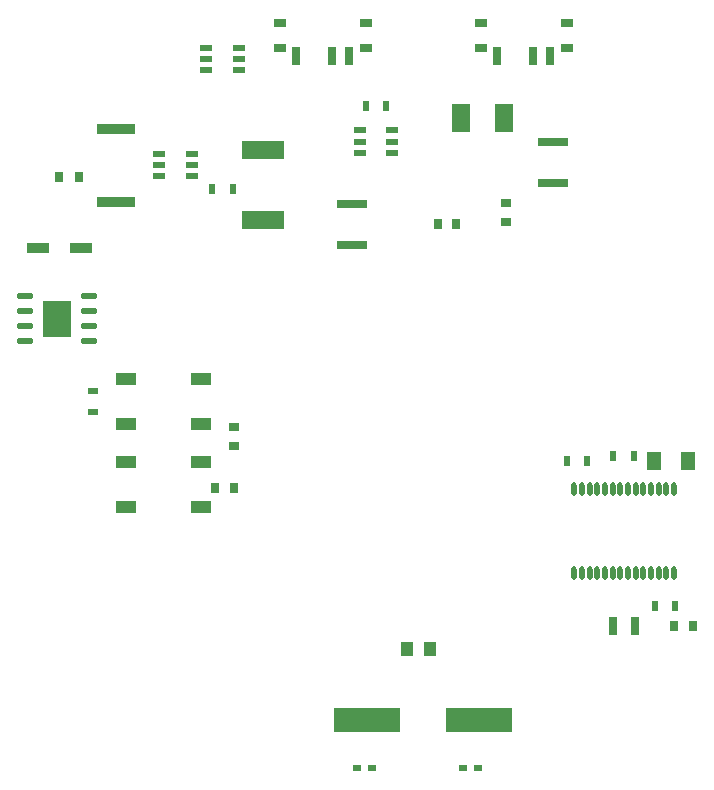
<source format=gbp>
G04*
G04 #@! TF.GenerationSoftware,Altium Limited,Altium Designer,22.3.1 (43)*
G04*
G04 Layer_Color=128*
%FSLAX44Y44*%
%MOMM*%
G71*
G04*
G04 #@! TF.SameCoordinates,E8D2E941-A046-4A20-8DDC-1A32626DDDA7*
G04*
G04*
G04 #@! TF.FilePolarity,Positive*
G04*
G01*
G75*
%ADD24R,0.7000X0.9000*%
%ADD28R,0.9000X0.8000*%
%ADD68R,0.9000X0.7000*%
%ADD69R,3.5240X1.5240*%
%ADD70R,2.6000X0.7000*%
%ADD71R,2.4100X3.1000*%
%ADD72O,1.4000X0.5500*%
%ADD73R,1.0000X0.8000*%
%ADD74R,0.7000X1.5000*%
%ADD75R,1.1000X1.3000*%
%ADD76R,1.7000X1.0000*%
%ADD77R,0.9000X0.5000*%
%ADD78R,1.6500X2.4000*%
%ADD79R,0.5000X0.9000*%
%ADD80R,1.0000X0.6000*%
%ADD81R,0.6800X0.6000*%
%ADD82R,5.6000X2.1000*%
%ADD83O,0.4500X1.1500*%
%ADD84R,0.8000X0.9000*%
%ADD85R,3.2000X0.9500*%
%ADD86R,1.8500X0.9000*%
%ADD87R,1.3000X1.6500*%
%ADD88R,0.8000X1.5500*%
D24*
X-140301Y57168D02*
D03*
X-156301D02*
D03*
X232000Y-60000D02*
D03*
X248000D02*
D03*
X47750Y280000D02*
D03*
X32250D02*
D03*
D28*
X90000Y298250D02*
D03*
Y281750D02*
D03*
D68*
X-140000Y108000D02*
D03*
Y92000D02*
D03*
D69*
X-115782Y283341D02*
D03*
Y343341D02*
D03*
D70*
X-40000Y297500D02*
D03*
Y262500D02*
D03*
X130000Y315000D02*
D03*
Y350000D02*
D03*
D71*
X-290000Y200000D02*
D03*
D72*
X-263000Y219050D02*
D03*
Y206350D02*
D03*
Y193650D02*
D03*
Y180950D02*
D03*
X-317000Y219050D02*
D03*
Y206350D02*
D03*
Y193650D02*
D03*
Y180950D02*
D03*
D73*
X-28500Y450500D02*
D03*
Y429500D02*
D03*
X-101500Y450500D02*
D03*
Y429500D02*
D03*
X141500Y450500D02*
D03*
X68500D02*
D03*
X141500Y429500D02*
D03*
X68500D02*
D03*
D74*
X-42500Y422500D02*
D03*
X-57500D02*
D03*
X-87500D02*
D03*
X112500D02*
D03*
X127500D02*
D03*
X82500D02*
D03*
D75*
X25443Y-79373D02*
D03*
X6443D02*
D03*
D76*
X-168500Y41000D02*
D03*
X-231500D02*
D03*
Y79000D02*
D03*
X-168500D02*
D03*
X-168500Y111000D02*
D03*
X-231500D02*
D03*
Y149000D02*
D03*
X-168500D02*
D03*
D77*
X-260000Y121500D02*
D03*
Y138500D02*
D03*
D78*
X88500Y370000D02*
D03*
X51500D02*
D03*
D79*
X-11500Y380000D02*
D03*
X-28500D02*
D03*
X-141500Y310000D02*
D03*
X-158500D02*
D03*
X233300Y-43378D02*
D03*
X216300D02*
D03*
X198027Y83612D02*
D03*
X181027D02*
D03*
X158500Y80000D02*
D03*
X141500D02*
D03*
D80*
X-33750Y350000D02*
D03*
Y359500D02*
D03*
Y340500D02*
D03*
X-6250D02*
D03*
Y359500D02*
D03*
Y350000D02*
D03*
X-163750Y410500D02*
D03*
Y420000D02*
D03*
Y429500D02*
D03*
X-136250D02*
D03*
Y420000D02*
D03*
Y410500D02*
D03*
X-203750Y320500D02*
D03*
Y330000D02*
D03*
Y339500D02*
D03*
X-176250D02*
D03*
Y330000D02*
D03*
Y320500D02*
D03*
D81*
X66500Y-180000D02*
D03*
X53500D02*
D03*
X-23500D02*
D03*
X-36500D02*
D03*
D82*
X67500Y-140000D02*
D03*
X-27500D02*
D03*
D83*
X147750Y55500D02*
D03*
X154250D02*
D03*
X160750D02*
D03*
X167250D02*
D03*
X173750D02*
D03*
X180250D02*
D03*
X186750D02*
D03*
X193250D02*
D03*
X199750D02*
D03*
X206250D02*
D03*
X212750D02*
D03*
X219250D02*
D03*
X225750D02*
D03*
X232250D02*
D03*
X147750Y-15500D02*
D03*
X154250D02*
D03*
X160750D02*
D03*
X167250D02*
D03*
X173750D02*
D03*
X180250D02*
D03*
X186750D02*
D03*
X193250D02*
D03*
X199750D02*
D03*
X206250D02*
D03*
X212750D02*
D03*
X219250D02*
D03*
X225750D02*
D03*
X232250D02*
D03*
D84*
X-288250Y320000D02*
D03*
X-271750D02*
D03*
D85*
X-240000Y361000D02*
D03*
Y299000D02*
D03*
D86*
X-270000Y260000D02*
D03*
X-306000D02*
D03*
D87*
X215500Y80000D02*
D03*
X244500D02*
D03*
D88*
X181000Y-60000D02*
D03*
X199000D02*
D03*
M02*

</source>
